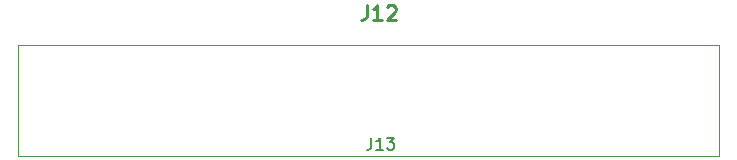
<source format=gbr>
%TF.GenerationSoftware,KiCad,Pcbnew,7.0.11-7.0.11~ubuntu22.04.1*%
%TF.CreationDate,2024-10-05T18:33:47-04:00*%
%TF.ProjectId,right_angle,72696768-745f-4616-9e67-6c652e6b6963,DEV*%
%TF.SameCoordinates,Original*%
%TF.FileFunction,Legend,Top*%
%TF.FilePolarity,Positive*%
%FSLAX46Y46*%
G04 Gerber Fmt 4.6, Leading zero omitted, Abs format (unit mm)*
G04 Created by KiCad (PCBNEW 7.0.11-7.0.11~ubuntu22.04.1) date 2024-10-05 18:33:47*
%MOMM*%
%LPD*%
G01*
G04 APERTURE LIST*
%ADD10C,0.254000*%
%ADD11C,0.150000*%
%ADD12C,0.100000*%
G04 APERTURE END LIST*
D10*
X126317305Y-122722918D02*
X126317305Y-123630061D01*
X126317305Y-123630061D02*
X126256828Y-123811489D01*
X126256828Y-123811489D02*
X126135876Y-123932442D01*
X126135876Y-123932442D02*
X125954447Y-123992918D01*
X125954447Y-123992918D02*
X125833495Y-123992918D01*
X127587305Y-123992918D02*
X126861590Y-123992918D01*
X127224447Y-123992918D02*
X127224447Y-122722918D01*
X127224447Y-122722918D02*
X127103495Y-122904346D01*
X127103495Y-122904346D02*
X126982543Y-123025299D01*
X126982543Y-123025299D02*
X126861590Y-123085775D01*
X128071114Y-122843870D02*
X128131590Y-122783394D01*
X128131590Y-122783394D02*
X128252543Y-122722918D01*
X128252543Y-122722918D02*
X128554924Y-122722918D01*
X128554924Y-122722918D02*
X128675876Y-122783394D01*
X128675876Y-122783394D02*
X128736352Y-122843870D01*
X128736352Y-122843870D02*
X128796829Y-122964822D01*
X128796829Y-122964822D02*
X128796829Y-123085775D01*
X128796829Y-123085775D02*
X128736352Y-123267203D01*
X128736352Y-123267203D02*
X128010638Y-123992918D01*
X128010638Y-123992918D02*
X128796829Y-123992918D01*
D11*
X126713676Y-133947819D02*
X126713676Y-134662104D01*
X126713676Y-134662104D02*
X126666057Y-134804961D01*
X126666057Y-134804961D02*
X126570819Y-134900200D01*
X126570819Y-134900200D02*
X126427962Y-134947819D01*
X126427962Y-134947819D02*
X126332724Y-134947819D01*
X127713676Y-134947819D02*
X127142248Y-134947819D01*
X127427962Y-134947819D02*
X127427962Y-133947819D01*
X127427962Y-133947819D02*
X127332724Y-134090676D01*
X127332724Y-134090676D02*
X127237486Y-134185914D01*
X127237486Y-134185914D02*
X127142248Y-134233533D01*
X128047010Y-133947819D02*
X128666057Y-133947819D01*
X128666057Y-133947819D02*
X128332724Y-134328771D01*
X128332724Y-134328771D02*
X128475581Y-134328771D01*
X128475581Y-134328771D02*
X128570819Y-134376390D01*
X128570819Y-134376390D02*
X128618438Y-134424009D01*
X128618438Y-134424009D02*
X128666057Y-134519247D01*
X128666057Y-134519247D02*
X128666057Y-134757342D01*
X128666057Y-134757342D02*
X128618438Y-134852580D01*
X128618438Y-134852580D02*
X128570819Y-134900200D01*
X128570819Y-134900200D02*
X128475581Y-134947819D01*
X128475581Y-134947819D02*
X128189867Y-134947819D01*
X128189867Y-134947819D02*
X128094629Y-134900200D01*
X128094629Y-134900200D02*
X128047010Y-134852580D01*
D12*
%TO.C,J12*%
X156121600Y-135459600D02*
X156121600Y-126109600D01*
X156121600Y-126109600D02*
X96811600Y-126109600D01*
X96811600Y-135459600D02*
X156121600Y-135459600D01*
X96811600Y-126109600D02*
X96811600Y-135459600D01*
%TD*%
M02*

</source>
